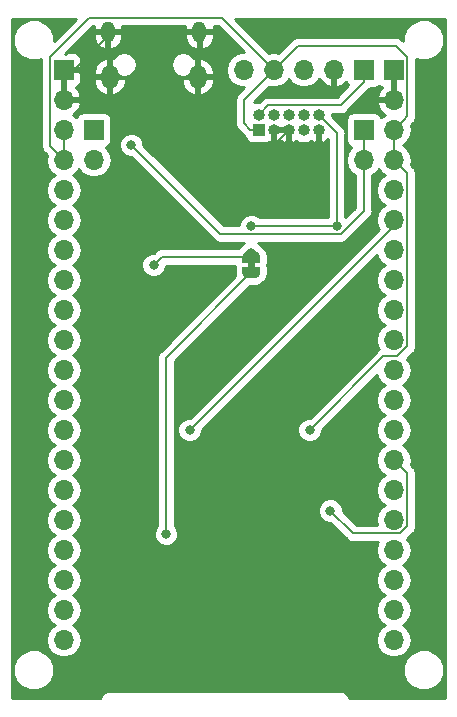
<source format=gbr>
G04 #@! TF.GenerationSoftware,KiCad,Pcbnew,5.0.1*
G04 #@! TF.CreationDate,2019-01-03T14:35:23+01:00*
G04 #@! TF.ProjectId,e73-ab,6537332D61622E6B696361645F706362,rev?*
G04 #@! TF.SameCoordinates,Original*
G04 #@! TF.FileFunction,Copper,L2,Bot,Signal*
G04 #@! TF.FilePolarity,Positive*
%FSLAX46Y46*%
G04 Gerber Fmt 4.6, Leading zero omitted, Abs format (unit mm)*
G04 Created by KiCad (PCBNEW 5.0.1) date do 03 jan 2019 14:35:23 CET*
%MOMM*%
%LPD*%
G01*
G04 APERTURE LIST*
G04 #@! TA.AperFunction,ComponentPad*
%ADD10R,1.700000X1.700000*%
G04 #@! TD*
G04 #@! TA.AperFunction,ComponentPad*
%ADD11O,1.700000X1.700000*%
G04 #@! TD*
G04 #@! TA.AperFunction,SMDPad,CuDef*
%ADD12C,0.500000*%
G04 #@! TD*
G04 #@! TA.AperFunction,Conductor*
%ADD13C,0.100000*%
G04 #@! TD*
G04 #@! TA.AperFunction,ComponentPad*
%ADD14O,1.450000X2.000000*%
G04 #@! TD*
G04 #@! TA.AperFunction,ComponentPad*
%ADD15O,1.150000X1.800000*%
G04 #@! TD*
G04 #@! TA.AperFunction,ComponentPad*
%ADD16R,1.000000X1.000000*%
G04 #@! TD*
G04 #@! TA.AperFunction,ComponentPad*
%ADD17O,1.000000X1.000000*%
G04 #@! TD*
G04 #@! TA.AperFunction,ViaPad*
%ADD18C,0.800000*%
G04 #@! TD*
G04 #@! TA.AperFunction,Conductor*
%ADD19C,0.200000*%
G04 #@! TD*
G04 #@! TA.AperFunction,Conductor*
%ADD20C,0.254000*%
G04 #@! TD*
G04 APERTURE END LIST*
D10*
G04 #@! TO.P,J3,1*
G04 #@! TO.N,SWDIO*
X162560000Y-55880000D03*
D11*
G04 #@! TO.P,J3,2*
G04 #@! TO.N,GND*
X160020000Y-55880000D03*
G04 #@! TO.P,J3,3*
G04 #@! TO.N,SWDCLK*
X157480000Y-55880000D03*
G04 #@! TO.P,J3,4*
G04 #@! TO.N,VDD*
X154940000Y-55880000D03*
G04 #@! TO.P,J3,5*
G04 #@! TO.N,5V*
X152400000Y-55880000D03*
G04 #@! TD*
D12*
G04 #@! TO.P,JP1,1*
G04 #@! TO.N,21*
X153035000Y-73025000D03*
D13*
G04 #@! TD*
G04 #@! TO.N,21*
G04 #@! TO.C,JP1*
G36*
X152735000Y-72525000D02*
X152735000Y-72125000D01*
X153335000Y-72125000D01*
X153335000Y-72525000D01*
X153785000Y-72525000D01*
X153785000Y-73025000D01*
X153784398Y-73025000D01*
X153784398Y-73049534D01*
X153779588Y-73098365D01*
X153770016Y-73146490D01*
X153755772Y-73193445D01*
X153736995Y-73238778D01*
X153713864Y-73282051D01*
X153686604Y-73322850D01*
X153655476Y-73360779D01*
X153620779Y-73395476D01*
X153582850Y-73426604D01*
X153542051Y-73453864D01*
X153498778Y-73476995D01*
X153453445Y-73495772D01*
X153406490Y-73510016D01*
X153358365Y-73519588D01*
X153309534Y-73524398D01*
X153285000Y-73524398D01*
X153285000Y-73525000D01*
X152785000Y-73525000D01*
X152785000Y-73524398D01*
X152760466Y-73524398D01*
X152711635Y-73519588D01*
X152663510Y-73510016D01*
X152616555Y-73495772D01*
X152571222Y-73476995D01*
X152527949Y-73453864D01*
X152487150Y-73426604D01*
X152449221Y-73395476D01*
X152414524Y-73360779D01*
X152383396Y-73322850D01*
X152356136Y-73282051D01*
X152333005Y-73238778D01*
X152314228Y-73193445D01*
X152299984Y-73146490D01*
X152290412Y-73098365D01*
X152285602Y-73049534D01*
X152285602Y-73025000D01*
X152285000Y-73025000D01*
X152285000Y-72525000D01*
X152735000Y-72525000D01*
X152735000Y-72525000D01*
G37*
D12*
G04 #@! TO.P,JP1,2*
G04 #@! TO.N,!RST*
X153035000Y-71725000D03*
D13*
G04 #@! TD*
G04 #@! TO.N,!RST*
G04 #@! TO.C,JP1*
G36*
X152285602Y-71725000D02*
X152285602Y-71700466D01*
X152290412Y-71651635D01*
X152299984Y-71603510D01*
X152314228Y-71556555D01*
X152333005Y-71511222D01*
X152356136Y-71467949D01*
X152383396Y-71427150D01*
X152414524Y-71389221D01*
X152449221Y-71354524D01*
X152487150Y-71323396D01*
X152527949Y-71296136D01*
X152571222Y-71273005D01*
X152616555Y-71254228D01*
X152663510Y-71239984D01*
X152711635Y-71230412D01*
X152760466Y-71225602D01*
X152785000Y-71225602D01*
X152785000Y-71225000D01*
X153285000Y-71225000D01*
X153285000Y-71225602D01*
X153309534Y-71225602D01*
X153358365Y-71230412D01*
X153406490Y-71239984D01*
X153453445Y-71254228D01*
X153498778Y-71273005D01*
X153542051Y-71296136D01*
X153582850Y-71323396D01*
X153620779Y-71354524D01*
X153655476Y-71389221D01*
X153686604Y-71427150D01*
X153713864Y-71467949D01*
X153736995Y-71511222D01*
X153755772Y-71556555D01*
X153770016Y-71603510D01*
X153779588Y-71651635D01*
X153784398Y-71700466D01*
X153784398Y-71725000D01*
X153785000Y-71725000D01*
X153785000Y-72225000D01*
X152285000Y-72225000D01*
X152285000Y-71725000D01*
X152285602Y-71725000D01*
X152285602Y-71725000D01*
G37*
D14*
G04 #@! TO.P,J4,6*
G04 #@! TO.N,GND*
X148505000Y-56460000D03*
X141055000Y-56460000D03*
D15*
X148655000Y-52660000D03*
X140905000Y-52660000D03*
G04 #@! TD*
D11*
G04 #@! TO.P,J8,2*
G04 #@! TO.N,5V*
X139700000Y-63500000D03*
D10*
G04 #@! TO.P,J8,1*
X139700000Y-60960000D03*
G04 #@! TD*
G04 #@! TO.P,J7,1*
G04 #@! TO.N,VBAT*
X162560000Y-60960000D03*
D11*
G04 #@! TO.P,J7,2*
X162560000Y-63500000D03*
G04 #@! TD*
D10*
G04 #@! TO.P,J1,1*
G04 #@! TO.N,GND*
X165100000Y-55880000D03*
D11*
G04 #@! TO.P,J1,2*
X165100000Y-58420000D03*
G04 #@! TO.P,J1,3*
G04 #@! TO.N,VDD*
X165100000Y-60960000D03*
G04 #@! TO.P,J1,4*
X165100000Y-63500000D03*
G04 #@! TO.P,J1,5*
G04 #@! TO.N,Net-(J1-Pad5)*
X165100000Y-66040000D03*
G04 #@! TO.P,J1,6*
G04 #@! TO.N,9*
X165100000Y-68580000D03*
G04 #@! TO.P,J1,7*
G04 #@! TO.N,8*
X165100000Y-71120000D03*
G04 #@! TO.P,J1,8*
G04 #@! TO.N,7*
X165100000Y-73660000D03*
G04 #@! TO.P,J1,9*
G04 #@! TO.N,6*
X165100000Y-76200000D03*
G04 #@! TO.P,J1,10*
G04 #@! TO.N,5*
X165100000Y-78740000D03*
G04 #@! TO.P,J1,11*
G04 #@! TO.N,4*
X165100000Y-81280000D03*
G04 #@! TO.P,J1,12*
G04 #@! TO.N,3*
X165100000Y-83820000D03*
G04 #@! TO.P,J1,13*
G04 #@! TO.N,2*
X165100000Y-86360000D03*
G04 #@! TO.P,J1,14*
G04 #@! TO.N,31*
X165100000Y-88900000D03*
G04 #@! TO.P,J1,15*
G04 #@! TO.N,30*
X165100000Y-91440000D03*
G04 #@! TO.P,J1,16*
G04 #@! TO.N,29*
X165100000Y-93980000D03*
G04 #@! TO.P,J1,17*
G04 #@! TO.N,28*
X165100000Y-96520000D03*
G04 #@! TO.P,J1,18*
G04 #@! TO.N,27*
X165100000Y-99060000D03*
G04 #@! TO.P,J1,19*
G04 #@! TO.N,26*
X165100000Y-101600000D03*
G04 #@! TO.P,J1,20*
G04 #@! TO.N,25*
X165100000Y-104140000D03*
G04 #@! TD*
G04 #@! TO.P,J2,20*
G04 #@! TO.N,24*
X137160000Y-104140000D03*
G04 #@! TO.P,J2,19*
G04 #@! TO.N,23*
X137160000Y-101600000D03*
G04 #@! TO.P,J2,18*
G04 #@! TO.N,22*
X137160000Y-99060000D03*
G04 #@! TO.P,J2,17*
G04 #@! TO.N,21*
X137160000Y-96520000D03*
G04 #@! TO.P,J2,16*
G04 #@! TO.N,20*
X137160000Y-93980000D03*
G04 #@! TO.P,J2,15*
G04 #@! TO.N,19*
X137160000Y-91440000D03*
G04 #@! TO.P,J2,14*
G04 #@! TO.N,18*
X137160000Y-88900000D03*
G04 #@! TO.P,J2,13*
G04 #@! TO.N,17*
X137160000Y-86360000D03*
G04 #@! TO.P,J2,12*
G04 #@! TO.N,16*
X137160000Y-83820000D03*
G04 #@! TO.P,J2,11*
G04 #@! TO.N,15*
X137160000Y-81280000D03*
G04 #@! TO.P,J2,10*
G04 #@! TO.N,14*
X137160000Y-78740000D03*
G04 #@! TO.P,J2,9*
G04 #@! TO.N,13*
X137160000Y-76200000D03*
G04 #@! TO.P,J2,8*
G04 #@! TO.N,12*
X137160000Y-73660000D03*
G04 #@! TO.P,J2,7*
G04 #@! TO.N,11*
X137160000Y-71120000D03*
G04 #@! TO.P,J2,6*
G04 #@! TO.N,10*
X137160000Y-68580000D03*
G04 #@! TO.P,J2,5*
G04 #@! TO.N,Net-(J2-Pad5)*
X137160000Y-66040000D03*
G04 #@! TO.P,J2,4*
G04 #@! TO.N,VDD*
X137160000Y-63500000D03*
G04 #@! TO.P,J2,3*
X137160000Y-60960000D03*
G04 #@! TO.P,J2,2*
G04 #@! TO.N,GND*
X137160000Y-58420000D03*
D10*
G04 #@! TO.P,J2,1*
X137160000Y-55880000D03*
G04 #@! TD*
D16*
G04 #@! TO.P,J6,1*
G04 #@! TO.N,VDD*
X153670000Y-60960000D03*
D17*
G04 #@! TO.P,J6,2*
G04 #@! TO.N,SWDIO*
X153670000Y-59690000D03*
G04 #@! TO.P,J6,3*
G04 #@! TO.N,GND*
X154940000Y-60960000D03*
G04 #@! TO.P,J6,4*
G04 #@! TO.N,SWDCLK*
X154940000Y-59690000D03*
G04 #@! TO.P,J6,5*
G04 #@! TO.N,GND*
X156210000Y-60960000D03*
G04 #@! TO.P,J6,6*
G04 #@! TO.N,18*
X156210000Y-59690000D03*
G04 #@! TO.P,J6,7*
G04 #@! TO.N,Net-(J6-Pad7)*
X157480000Y-60960000D03*
G04 #@! TO.P,J6,8*
G04 #@! TO.N,Net-(J6-Pad8)*
X157480000Y-59690000D03*
G04 #@! TO.P,J6,9*
G04 #@! TO.N,GND*
X158750000Y-60960000D03*
G04 #@! TO.P,J6,10*
G04 #@! TO.N,!RST*
X158750000Y-59690000D03*
G04 #@! TD*
D18*
G04 #@! TO.N,VDD*
X157988000Y-86360000D03*
G04 #@! TO.N,GND*
X153035000Y-66040000D03*
X147828000Y-64262000D03*
G04 #@! TO.N,9*
X147828000Y-86360000D03*
G04 #@! TO.N,31*
X159740600Y-93192600D03*
G04 #@! TO.N,!RST*
X160274000Y-69088000D03*
X153035000Y-69088000D03*
X144780000Y-72390000D03*
X153035000Y-71374000D03*
G04 #@! TO.N,21*
X145830001Y-95179999D03*
G04 #@! TO.N,VBAT*
X142875000Y-62230000D03*
G04 #@! TD*
D19*
G04 #@! TO.N,VDD*
X165100000Y-62297919D02*
X165100000Y-60960000D01*
X165100000Y-63500000D02*
X165100000Y-62297919D01*
X165949999Y-60110001D02*
X165100000Y-60960000D01*
X166250001Y-59809999D02*
X165949999Y-60110001D01*
X166250001Y-54789999D02*
X166250001Y-59809999D01*
X165308002Y-53848000D02*
X166250001Y-54789999D01*
X137160000Y-62297919D02*
X137160000Y-60960000D01*
X137160000Y-63500000D02*
X137160000Y-62297919D01*
X152970000Y-60960000D02*
X153670000Y-60960000D01*
X152400000Y-60390000D02*
X152970000Y-60960000D01*
X165949999Y-64349999D02*
X165100000Y-63500000D01*
X166250001Y-64650001D02*
X165949999Y-64349999D01*
X166250001Y-79292001D02*
X166250001Y-64650001D01*
X165412003Y-80129999D02*
X166250001Y-79292001D01*
X164218001Y-80129999D02*
X165412003Y-80129999D01*
X157988000Y-86360000D02*
X164218001Y-80129999D01*
X156972000Y-53848000D02*
X157480000Y-53848000D01*
X154940000Y-55880000D02*
X156972000Y-53848000D01*
X157480000Y-53848000D02*
X165308002Y-53848000D01*
X136009999Y-62349999D02*
X137160000Y-63500000D01*
X136009999Y-54789999D02*
X136009999Y-62349999D01*
X139340008Y-51459990D02*
X136009999Y-54789999D01*
X154940000Y-55880000D02*
X150519990Y-51459990D01*
X150519990Y-51459990D02*
X139340008Y-51459990D01*
X152400000Y-58420000D02*
X154940000Y-55880000D01*
X152400000Y-60390000D02*
X152400000Y-58420000D01*
G04 #@! TO.N,GND*
X165100000Y-57217919D02*
X165100000Y-55880000D01*
X165100000Y-58420000D02*
X165100000Y-57217919D01*
X140905000Y-52985000D02*
X138010000Y-55880000D01*
X138010000Y-55880000D02*
X137160000Y-55880000D01*
X140905000Y-52660000D02*
X140905000Y-52985000D01*
X137160000Y-56930000D02*
X137160000Y-58420000D01*
X137160000Y-55880000D02*
X137160000Y-56930000D01*
X153035000Y-64135000D02*
X153035000Y-66040000D01*
X156210000Y-60960000D02*
X153035000Y-64135000D01*
X148505000Y-52810000D02*
X148655000Y-52660000D01*
X148505000Y-56460000D02*
X148505000Y-52810000D01*
G04 #@! TO.N,SWDIO*
X160600001Y-58889999D02*
X162560000Y-56930000D01*
X162560000Y-56930000D02*
X162560000Y-55880000D01*
X154470001Y-58889999D02*
X160600001Y-58889999D01*
X153670000Y-59690000D02*
X154470001Y-58889999D01*
G04 #@! TO.N,9*
X165100000Y-69088000D02*
X165100000Y-68580000D01*
X147828000Y-86360000D02*
X165100000Y-69088000D01*
G04 #@! TO.N,31*
X165949999Y-89749999D02*
X165100000Y-88900000D01*
X166250001Y-90050001D02*
X165949999Y-89749999D01*
X166250001Y-94532001D02*
X166250001Y-90050001D01*
X165652001Y-95130001D02*
X166250001Y-94532001D01*
X161678001Y-95130001D02*
X165652001Y-95130001D01*
X159740600Y-93192600D02*
X161678001Y-95130001D01*
G04 #@! TO.N,!RST*
X160274000Y-69088000D02*
X153035000Y-69088000D01*
X160274000Y-61214000D02*
X158750000Y-59690000D01*
X160274000Y-69088000D02*
X160274000Y-61214000D01*
X144780000Y-72390000D02*
X145445000Y-71725000D01*
X145445000Y-71725000D02*
X153035000Y-71725000D01*
G04 #@! TO.N,21*
X145830001Y-80229999D02*
X145830001Y-95179999D01*
X153035000Y-73025000D02*
X145830001Y-80229999D01*
G04 #@! TO.N,VBAT*
X162560000Y-67838002D02*
X162560000Y-64702081D01*
X162560000Y-64702081D02*
X162560000Y-63500000D01*
X162560000Y-63500000D02*
X162560000Y-60960000D01*
X160610001Y-69788001D02*
X162560000Y-67838002D01*
X142875000Y-62230000D02*
X150433001Y-69788001D01*
X150433001Y-69788001D02*
X160610001Y-69788001D01*
G04 #@! TD*
D20*
G04 #@! TO.N,GND*
G36*
X136355000Y-53405552D02*
X136355000Y-52994887D01*
X136090862Y-52357201D01*
X135602799Y-51869138D01*
X134965113Y-51605000D01*
X134274887Y-51605000D01*
X133637201Y-51869138D01*
X133149138Y-52357201D01*
X132885000Y-52994887D01*
X132885000Y-53685113D01*
X133149138Y-54322799D01*
X133637201Y-54810862D01*
X134274887Y-55075000D01*
X134965113Y-55075000D01*
X135274999Y-54946641D01*
X135275000Y-62277610D01*
X135260601Y-62349999D01*
X135317645Y-62636781D01*
X135317646Y-62636782D01*
X135480095Y-62879904D01*
X135541462Y-62920908D01*
X135724657Y-63104103D01*
X135645908Y-63500000D01*
X135761161Y-64079418D01*
X136089375Y-64570625D01*
X136387761Y-64770000D01*
X136089375Y-64969375D01*
X135761161Y-65460582D01*
X135645908Y-66040000D01*
X135761161Y-66619418D01*
X136089375Y-67110625D01*
X136387761Y-67310000D01*
X136089375Y-67509375D01*
X135761161Y-68000582D01*
X135645908Y-68580000D01*
X135761161Y-69159418D01*
X136089375Y-69650625D01*
X136387761Y-69850000D01*
X136089375Y-70049375D01*
X135761161Y-70540582D01*
X135645908Y-71120000D01*
X135761161Y-71699418D01*
X136089375Y-72190625D01*
X136387761Y-72390000D01*
X136089375Y-72589375D01*
X135761161Y-73080582D01*
X135645908Y-73660000D01*
X135761161Y-74239418D01*
X136089375Y-74730625D01*
X136387761Y-74930000D01*
X136089375Y-75129375D01*
X135761161Y-75620582D01*
X135645908Y-76200000D01*
X135761161Y-76779418D01*
X136089375Y-77270625D01*
X136387761Y-77470000D01*
X136089375Y-77669375D01*
X135761161Y-78160582D01*
X135645908Y-78740000D01*
X135761161Y-79319418D01*
X136089375Y-79810625D01*
X136387761Y-80010000D01*
X136089375Y-80209375D01*
X135761161Y-80700582D01*
X135645908Y-81280000D01*
X135761161Y-81859418D01*
X136089375Y-82350625D01*
X136387761Y-82550000D01*
X136089375Y-82749375D01*
X135761161Y-83240582D01*
X135645908Y-83820000D01*
X135761161Y-84399418D01*
X136089375Y-84890625D01*
X136387761Y-85090000D01*
X136089375Y-85289375D01*
X135761161Y-85780582D01*
X135645908Y-86360000D01*
X135761161Y-86939418D01*
X136089375Y-87430625D01*
X136387761Y-87630000D01*
X136089375Y-87829375D01*
X135761161Y-88320582D01*
X135645908Y-88900000D01*
X135761161Y-89479418D01*
X136089375Y-89970625D01*
X136387761Y-90170000D01*
X136089375Y-90369375D01*
X135761161Y-90860582D01*
X135645908Y-91440000D01*
X135761161Y-92019418D01*
X136089375Y-92510625D01*
X136387761Y-92710000D01*
X136089375Y-92909375D01*
X135761161Y-93400582D01*
X135645908Y-93980000D01*
X135761161Y-94559418D01*
X136089375Y-95050625D01*
X136387761Y-95250000D01*
X136089375Y-95449375D01*
X135761161Y-95940582D01*
X135645908Y-96520000D01*
X135761161Y-97099418D01*
X136089375Y-97590625D01*
X136387761Y-97790000D01*
X136089375Y-97989375D01*
X135761161Y-98480582D01*
X135645908Y-99060000D01*
X135761161Y-99639418D01*
X136089375Y-100130625D01*
X136387761Y-100330000D01*
X136089375Y-100529375D01*
X135761161Y-101020582D01*
X135645908Y-101600000D01*
X135761161Y-102179418D01*
X136089375Y-102670625D01*
X136387761Y-102870000D01*
X136089375Y-103069375D01*
X135761161Y-103560582D01*
X135645908Y-104140000D01*
X135761161Y-104719418D01*
X136089375Y-105210625D01*
X136580582Y-105538839D01*
X137013744Y-105625000D01*
X137306256Y-105625000D01*
X137739418Y-105538839D01*
X138230625Y-105210625D01*
X138558839Y-104719418D01*
X138674092Y-104140000D01*
X138558839Y-103560582D01*
X138230625Y-103069375D01*
X137932239Y-102870000D01*
X138230625Y-102670625D01*
X138558839Y-102179418D01*
X138674092Y-101600000D01*
X138558839Y-101020582D01*
X138230625Y-100529375D01*
X137932239Y-100330000D01*
X138230625Y-100130625D01*
X138558839Y-99639418D01*
X138674092Y-99060000D01*
X138558839Y-98480582D01*
X138230625Y-97989375D01*
X137932239Y-97790000D01*
X138230625Y-97590625D01*
X138558839Y-97099418D01*
X138674092Y-96520000D01*
X138558839Y-95940582D01*
X138230625Y-95449375D01*
X137932239Y-95250000D01*
X138230625Y-95050625D01*
X138558839Y-94559418D01*
X138674092Y-93980000D01*
X138558839Y-93400582D01*
X138230625Y-92909375D01*
X137932239Y-92710000D01*
X138230625Y-92510625D01*
X138558839Y-92019418D01*
X138674092Y-91440000D01*
X138558839Y-90860582D01*
X138230625Y-90369375D01*
X137932239Y-90170000D01*
X138230625Y-89970625D01*
X138558839Y-89479418D01*
X138674092Y-88900000D01*
X138558839Y-88320582D01*
X138230625Y-87829375D01*
X137932239Y-87630000D01*
X138230625Y-87430625D01*
X138558839Y-86939418D01*
X138674092Y-86360000D01*
X138558839Y-85780582D01*
X138230625Y-85289375D01*
X137932239Y-85090000D01*
X138230625Y-84890625D01*
X138558839Y-84399418D01*
X138674092Y-83820000D01*
X138558839Y-83240582D01*
X138230625Y-82749375D01*
X137932239Y-82550000D01*
X138230625Y-82350625D01*
X138558839Y-81859418D01*
X138674092Y-81280000D01*
X138558839Y-80700582D01*
X138230625Y-80209375D01*
X137932239Y-80010000D01*
X138230625Y-79810625D01*
X138558839Y-79319418D01*
X138674092Y-78740000D01*
X138558839Y-78160582D01*
X138230625Y-77669375D01*
X137932239Y-77470000D01*
X138230625Y-77270625D01*
X138558839Y-76779418D01*
X138674092Y-76200000D01*
X138558839Y-75620582D01*
X138230625Y-75129375D01*
X137932239Y-74930000D01*
X138230625Y-74730625D01*
X138558839Y-74239418D01*
X138674092Y-73660000D01*
X138558839Y-73080582D01*
X138230625Y-72589375D01*
X137932239Y-72390000D01*
X138230625Y-72190625D01*
X138558839Y-71699418D01*
X138674092Y-71120000D01*
X138558839Y-70540582D01*
X138230625Y-70049375D01*
X137932239Y-69850000D01*
X138230625Y-69650625D01*
X138558839Y-69159418D01*
X138674092Y-68580000D01*
X138558839Y-68000582D01*
X138230625Y-67509375D01*
X137932239Y-67310000D01*
X138230625Y-67110625D01*
X138558839Y-66619418D01*
X138674092Y-66040000D01*
X138558839Y-65460582D01*
X138230625Y-64969375D01*
X137932239Y-64770000D01*
X138230625Y-64570625D01*
X138430000Y-64272239D01*
X138629375Y-64570625D01*
X139120582Y-64898839D01*
X139553744Y-64985000D01*
X139846256Y-64985000D01*
X140279418Y-64898839D01*
X140770625Y-64570625D01*
X141098839Y-64079418D01*
X141214092Y-63500000D01*
X141098839Y-62920582D01*
X140770625Y-62429375D01*
X140752381Y-62417184D01*
X140797765Y-62408157D01*
X141007809Y-62267809D01*
X141148157Y-62057765D01*
X141197440Y-61810000D01*
X141197440Y-60110000D01*
X141148157Y-59862235D01*
X141007809Y-59652191D01*
X140797765Y-59511843D01*
X140550000Y-59462560D01*
X138850000Y-59462560D01*
X138602235Y-59511843D01*
X138392191Y-59652191D01*
X138251843Y-59862235D01*
X138242816Y-59907619D01*
X138230625Y-59889375D01*
X137911522Y-59676157D01*
X138041358Y-59615183D01*
X138431645Y-59186924D01*
X138601476Y-58776890D01*
X138480155Y-58547000D01*
X137287000Y-58547000D01*
X137287000Y-58567000D01*
X137033000Y-58567000D01*
X137033000Y-58547000D01*
X137013000Y-58547000D01*
X137013000Y-58293000D01*
X137033000Y-58293000D01*
X137033000Y-56007000D01*
X137287000Y-56007000D01*
X137287000Y-58293000D01*
X138480155Y-58293000D01*
X138601476Y-58063110D01*
X138431645Y-57653076D01*
X138160122Y-57355136D01*
X138369698Y-57268327D01*
X138548327Y-57089699D01*
X138645000Y-56856310D01*
X138645000Y-56587000D01*
X139695000Y-56587000D01*
X139695000Y-56862000D01*
X139847125Y-57372782D01*
X140183138Y-57786467D01*
X140651884Y-58040076D01*
X140717742Y-58052519D01*
X140928000Y-57929518D01*
X140928000Y-56587000D01*
X141182000Y-56587000D01*
X141182000Y-57929518D01*
X141392258Y-58052519D01*
X141458116Y-58040076D01*
X141926862Y-57786467D01*
X142262875Y-57372782D01*
X142415000Y-56862000D01*
X142415000Y-56587000D01*
X147145000Y-56587000D01*
X147145000Y-56862000D01*
X147297125Y-57372782D01*
X147633138Y-57786467D01*
X148101884Y-58040076D01*
X148167742Y-58052519D01*
X148378000Y-57929518D01*
X148378000Y-56587000D01*
X148632000Y-56587000D01*
X148632000Y-57929518D01*
X148842258Y-58052519D01*
X148908116Y-58040076D01*
X149376862Y-57786467D01*
X149712875Y-57372782D01*
X149865000Y-56862000D01*
X149865000Y-56587000D01*
X148632000Y-56587000D01*
X148378000Y-56587000D01*
X147145000Y-56587000D01*
X142415000Y-56587000D01*
X141182000Y-56587000D01*
X140928000Y-56587000D01*
X139695000Y-56587000D01*
X138645000Y-56587000D01*
X138645000Y-56165750D01*
X138537250Y-56058000D01*
X139695000Y-56058000D01*
X139695000Y-56333000D01*
X140928000Y-56333000D01*
X140928000Y-54990482D01*
X141182000Y-54990482D01*
X141182000Y-56333000D01*
X141798417Y-56333000D01*
X141876163Y-56384948D01*
X142178065Y-56445000D01*
X142381935Y-56445000D01*
X142683837Y-56384948D01*
X143026193Y-56156193D01*
X143254948Y-55813837D01*
X143335276Y-55410000D01*
X146224724Y-55410000D01*
X146305052Y-55813837D01*
X146533807Y-56156193D01*
X146876163Y-56384948D01*
X147178065Y-56445000D01*
X147381935Y-56445000D01*
X147683837Y-56384948D01*
X147761583Y-56333000D01*
X148378000Y-56333000D01*
X148378000Y-54990482D01*
X148632000Y-54990482D01*
X148632000Y-56333000D01*
X149865000Y-56333000D01*
X149865000Y-56058000D01*
X149712875Y-55547218D01*
X149376862Y-55133533D01*
X148908116Y-54879924D01*
X148842258Y-54867481D01*
X148632000Y-54990482D01*
X148378000Y-54990482D01*
X148167742Y-54867481D01*
X148162895Y-54868397D01*
X148026193Y-54663807D01*
X147683837Y-54435052D01*
X147381935Y-54375000D01*
X147178065Y-54375000D01*
X146876163Y-54435052D01*
X146533807Y-54663807D01*
X146305052Y-55006163D01*
X146224724Y-55410000D01*
X143335276Y-55410000D01*
X143254948Y-55006163D01*
X143026193Y-54663807D01*
X142683837Y-54435052D01*
X142381935Y-54375000D01*
X142178065Y-54375000D01*
X141876163Y-54435052D01*
X141533807Y-54663807D01*
X141397105Y-54868397D01*
X141392258Y-54867481D01*
X141182000Y-54990482D01*
X140928000Y-54990482D01*
X140717742Y-54867481D01*
X140651884Y-54879924D01*
X140183138Y-55133533D01*
X139847125Y-55547218D01*
X139695000Y-56058000D01*
X138537250Y-56058000D01*
X138486250Y-56007000D01*
X137287000Y-56007000D01*
X137033000Y-56007000D01*
X137013000Y-56007000D01*
X137013000Y-55753000D01*
X137033000Y-55753000D01*
X137033000Y-55733000D01*
X137287000Y-55733000D01*
X137287000Y-55753000D01*
X138486250Y-55753000D01*
X138645000Y-55594250D01*
X138645000Y-54903690D01*
X138548327Y-54670301D01*
X138369698Y-54491673D01*
X138136309Y-54395000D01*
X137445750Y-54395000D01*
X137287002Y-54553748D01*
X137287002Y-54552442D01*
X139052444Y-52787000D01*
X139695000Y-52787000D01*
X139695000Y-53112000D01*
X139835707Y-53565380D01*
X140139204Y-53930402D01*
X140559286Y-54151495D01*
X140591323Y-54153635D01*
X140778000Y-54028550D01*
X140778000Y-52787000D01*
X141032000Y-52787000D01*
X141032000Y-54028550D01*
X141218677Y-54153635D01*
X141250714Y-54151495D01*
X141670796Y-53930402D01*
X141974293Y-53565380D01*
X142115000Y-53112000D01*
X142115000Y-52787000D01*
X147445000Y-52787000D01*
X147445000Y-53112000D01*
X147585707Y-53565380D01*
X147889204Y-53930402D01*
X148309286Y-54151495D01*
X148341323Y-54153635D01*
X148528000Y-54028550D01*
X148528000Y-52787000D01*
X148782000Y-52787000D01*
X148782000Y-54028550D01*
X148968677Y-54153635D01*
X149000714Y-54151495D01*
X149420796Y-53930402D01*
X149724293Y-53565380D01*
X149865000Y-53112000D01*
X149865000Y-52787000D01*
X148782000Y-52787000D01*
X148528000Y-52787000D01*
X147445000Y-52787000D01*
X142115000Y-52787000D01*
X141032000Y-52787000D01*
X140778000Y-52787000D01*
X139695000Y-52787000D01*
X139052444Y-52787000D01*
X139644455Y-52194990D01*
X139699038Y-52194990D01*
X139695000Y-52208000D01*
X139695000Y-52533000D01*
X140778000Y-52533000D01*
X140778000Y-52513000D01*
X141032000Y-52513000D01*
X141032000Y-52533000D01*
X142115000Y-52533000D01*
X142115000Y-52208000D01*
X142110962Y-52194990D01*
X147449038Y-52194990D01*
X147445000Y-52208000D01*
X147445000Y-52533000D01*
X148528000Y-52533000D01*
X148528000Y-52513000D01*
X148782000Y-52513000D01*
X148782000Y-52533000D01*
X149865000Y-52533000D01*
X149865000Y-52208000D01*
X149860962Y-52194990D01*
X150215544Y-52194990D01*
X152415553Y-54395000D01*
X152253744Y-54395000D01*
X151820582Y-54481161D01*
X151329375Y-54809375D01*
X151001161Y-55300582D01*
X150885908Y-55880000D01*
X151001161Y-56459418D01*
X151329375Y-56950625D01*
X151820582Y-57278839D01*
X152253744Y-57365000D01*
X152415554Y-57365000D01*
X151931463Y-57849091D01*
X151870096Y-57890095D01*
X151829092Y-57951462D01*
X151829091Y-57951463D01*
X151707646Y-58133218D01*
X151650602Y-58420000D01*
X151665001Y-58492389D01*
X151665000Y-60317615D01*
X151650602Y-60390000D01*
X151665000Y-60462384D01*
X151665000Y-60462387D01*
X151707646Y-60676782D01*
X151870095Y-60919905D01*
X151931465Y-60960911D01*
X152399090Y-61428537D01*
X152440095Y-61489905D01*
X152542060Y-61558036D01*
X152571843Y-61707765D01*
X152712191Y-61917809D01*
X152922235Y-62058157D01*
X153170000Y-62107440D01*
X154170000Y-62107440D01*
X154417765Y-62058157D01*
X154505817Y-61999322D01*
X154638126Y-62054119D01*
X154813000Y-61927954D01*
X154813000Y-61482322D01*
X154817440Y-61460000D01*
X154817440Y-61087000D01*
X155067000Y-61087000D01*
X155067000Y-61927954D01*
X155241874Y-62054119D01*
X155500209Y-61947127D01*
X155575000Y-61882511D01*
X155649791Y-61947127D01*
X155908126Y-62054119D01*
X156083000Y-61927954D01*
X156083000Y-61087000D01*
X155067000Y-61087000D01*
X154817440Y-61087000D01*
X154817440Y-60822856D01*
X154828217Y-60825000D01*
X155051783Y-60825000D01*
X155067000Y-60821973D01*
X155067000Y-60833000D01*
X156083000Y-60833000D01*
X156083000Y-60821973D01*
X156098217Y-60825000D01*
X156321783Y-60825000D01*
X156337000Y-60821973D01*
X156337000Y-60833000D01*
X156348027Y-60833000D01*
X156322765Y-60960000D01*
X156348027Y-61087000D01*
X156337000Y-61087000D01*
X156337000Y-61927954D01*
X156511874Y-62054119D01*
X156770209Y-61947127D01*
X156833090Y-61892801D01*
X157037145Y-62029146D01*
X157368217Y-62095000D01*
X157591783Y-62095000D01*
X157922855Y-62029146D01*
X158126910Y-61892801D01*
X158189791Y-61947127D01*
X158448126Y-62054119D01*
X158623000Y-61927954D01*
X158623000Y-61087000D01*
X158611973Y-61087000D01*
X158637235Y-60960000D01*
X158611973Y-60833000D01*
X158623000Y-60833000D01*
X158623000Y-60821973D01*
X158638217Y-60825000D01*
X158845554Y-60825000D01*
X158897000Y-60876446D01*
X158897000Y-61087000D01*
X158877000Y-61087000D01*
X158877000Y-61927954D01*
X159051874Y-62054119D01*
X159310209Y-61947127D01*
X159539001Y-61749461D01*
X159539000Y-68353000D01*
X153763711Y-68353000D01*
X153621280Y-68210569D01*
X153240874Y-68053000D01*
X152829126Y-68053000D01*
X152448720Y-68210569D01*
X152157569Y-68501720D01*
X152000000Y-68882126D01*
X152000000Y-69053001D01*
X150737448Y-69053001D01*
X143910000Y-62225554D01*
X143910000Y-62024126D01*
X143752431Y-61643720D01*
X143461280Y-61352569D01*
X143080874Y-61195000D01*
X142669126Y-61195000D01*
X142288720Y-61352569D01*
X141997569Y-61643720D01*
X141840000Y-62024126D01*
X141840000Y-62435874D01*
X141997569Y-62816280D01*
X142288720Y-63107431D01*
X142669126Y-63265000D01*
X142870554Y-63265000D01*
X149862092Y-70256539D01*
X149903096Y-70317906D01*
X150146218Y-70480355D01*
X150360613Y-70523001D01*
X150433001Y-70537400D01*
X150505389Y-70523001D01*
X152422288Y-70523001D01*
X152211028Y-70734261D01*
X152189603Y-70745713D01*
X152108104Y-70800169D01*
X152009994Y-70880686D01*
X151940686Y-70949994D01*
X151907854Y-70990000D01*
X145517383Y-70990000D01*
X145444999Y-70975602D01*
X145372615Y-70990000D01*
X145372612Y-70990000D01*
X145158217Y-71032646D01*
X144915095Y-71195095D01*
X144874090Y-71256463D01*
X144775553Y-71355000D01*
X144574126Y-71355000D01*
X144193720Y-71512569D01*
X143902569Y-71803720D01*
X143745000Y-72184126D01*
X143745000Y-72595874D01*
X143902569Y-72976280D01*
X144193720Y-73267431D01*
X144574126Y-73425000D01*
X144985874Y-73425000D01*
X145366280Y-73267431D01*
X145657431Y-72976280D01*
X145815000Y-72595874D01*
X145815000Y-72460000D01*
X151650489Y-72460000D01*
X151637560Y-72525000D01*
X151637560Y-73025000D01*
X151639968Y-73037106D01*
X151639968Y-73074009D01*
X151652408Y-73200318D01*
X151671530Y-73296451D01*
X151683766Y-73336787D01*
X145361466Y-79659088D01*
X145300096Y-79700094D01*
X145137647Y-79943217D01*
X145095001Y-80157612D01*
X145095001Y-80157615D01*
X145080603Y-80229999D01*
X145095001Y-80302383D01*
X145095002Y-94451287D01*
X144952570Y-94593719D01*
X144795001Y-94974125D01*
X144795001Y-95385873D01*
X144952570Y-95766279D01*
X145243721Y-96057430D01*
X145624127Y-96214999D01*
X146035875Y-96214999D01*
X146416281Y-96057430D01*
X146707432Y-95766279D01*
X146865001Y-95385873D01*
X146865001Y-94974125D01*
X146707432Y-94593719D01*
X146565001Y-94451288D01*
X146565001Y-80534445D01*
X152927007Y-74172440D01*
X153285000Y-74172440D01*
X153297106Y-74170032D01*
X153334009Y-74170032D01*
X153460318Y-74157592D01*
X153556451Y-74138470D01*
X153677904Y-74101628D01*
X153768460Y-74064119D01*
X153880397Y-74004287D01*
X153961896Y-73949831D01*
X154060006Y-73869314D01*
X154129314Y-73800006D01*
X154209831Y-73701896D01*
X154264287Y-73620397D01*
X154324119Y-73508460D01*
X154361628Y-73417904D01*
X154398470Y-73296451D01*
X154417592Y-73200318D01*
X154430032Y-73074009D01*
X154430032Y-73037106D01*
X154432440Y-73025000D01*
X154432440Y-72525000D01*
X154402603Y-72375000D01*
X154432440Y-72225000D01*
X154432440Y-71725000D01*
X154430032Y-71712894D01*
X154430032Y-71675991D01*
X154417592Y-71549682D01*
X154398470Y-71453549D01*
X154361628Y-71332096D01*
X154324119Y-71241540D01*
X154264287Y-71129603D01*
X154209831Y-71048104D01*
X154129314Y-70949994D01*
X154060006Y-70880686D01*
X153961896Y-70800169D01*
X153880397Y-70745713D01*
X153858972Y-70734261D01*
X153647712Y-70523001D01*
X160537617Y-70523001D01*
X160610001Y-70537399D01*
X160682385Y-70523001D01*
X160682389Y-70523001D01*
X160896784Y-70480355D01*
X161139906Y-70317906D01*
X161180912Y-70256536D01*
X163028538Y-68408911D01*
X163089905Y-68367907D01*
X163252354Y-68124785D01*
X163295000Y-67910390D01*
X163295000Y-67910387D01*
X163309398Y-67838003D01*
X163295000Y-67765619D01*
X163295000Y-64794882D01*
X163630625Y-64570625D01*
X163830000Y-64272239D01*
X164029375Y-64570625D01*
X164327761Y-64770000D01*
X164029375Y-64969375D01*
X163701161Y-65460582D01*
X163585908Y-66040000D01*
X163701161Y-66619418D01*
X164029375Y-67110625D01*
X164327761Y-67310000D01*
X164029375Y-67509375D01*
X163701161Y-68000582D01*
X163585908Y-68580000D01*
X163701161Y-69159418D01*
X163816507Y-69332046D01*
X147823554Y-85325000D01*
X147622126Y-85325000D01*
X147241720Y-85482569D01*
X146950569Y-85773720D01*
X146793000Y-86154126D01*
X146793000Y-86565874D01*
X146950569Y-86946280D01*
X147241720Y-87237431D01*
X147622126Y-87395000D01*
X148033874Y-87395000D01*
X148414280Y-87237431D01*
X148705431Y-86946280D01*
X148863000Y-86565874D01*
X148863000Y-86364446D01*
X163672437Y-71555010D01*
X163701161Y-71699418D01*
X164029375Y-72190625D01*
X164327761Y-72390000D01*
X164029375Y-72589375D01*
X163701161Y-73080582D01*
X163585908Y-73660000D01*
X163701161Y-74239418D01*
X164029375Y-74730625D01*
X164327761Y-74930000D01*
X164029375Y-75129375D01*
X163701161Y-75620582D01*
X163585908Y-76200000D01*
X163701161Y-76779418D01*
X164029375Y-77270625D01*
X164327761Y-77470000D01*
X164029375Y-77669375D01*
X163701161Y-78160582D01*
X163585908Y-78740000D01*
X163701161Y-79319418D01*
X163826784Y-79507426D01*
X163688096Y-79600094D01*
X163647092Y-79661461D01*
X157983554Y-85325000D01*
X157782126Y-85325000D01*
X157401720Y-85482569D01*
X157110569Y-85773720D01*
X156953000Y-86154126D01*
X156953000Y-86565874D01*
X157110569Y-86946280D01*
X157401720Y-87237431D01*
X157782126Y-87395000D01*
X158193874Y-87395000D01*
X158574280Y-87237431D01*
X158865431Y-86946280D01*
X159023000Y-86565874D01*
X159023000Y-86364446D01*
X163672437Y-81715010D01*
X163701161Y-81859418D01*
X164029375Y-82350625D01*
X164327761Y-82550000D01*
X164029375Y-82749375D01*
X163701161Y-83240582D01*
X163585908Y-83820000D01*
X163701161Y-84399418D01*
X164029375Y-84890625D01*
X164327761Y-85090000D01*
X164029375Y-85289375D01*
X163701161Y-85780582D01*
X163585908Y-86360000D01*
X163701161Y-86939418D01*
X164029375Y-87430625D01*
X164327761Y-87630000D01*
X164029375Y-87829375D01*
X163701161Y-88320582D01*
X163585908Y-88900000D01*
X163701161Y-89479418D01*
X164029375Y-89970625D01*
X164327761Y-90170000D01*
X164029375Y-90369375D01*
X163701161Y-90860582D01*
X163585908Y-91440000D01*
X163701161Y-92019418D01*
X164029375Y-92510625D01*
X164327761Y-92710000D01*
X164029375Y-92909375D01*
X163701161Y-93400582D01*
X163585908Y-93980000D01*
X163668457Y-94395001D01*
X161982448Y-94395001D01*
X160775600Y-93188154D01*
X160775600Y-92986726D01*
X160618031Y-92606320D01*
X160326880Y-92315169D01*
X159946474Y-92157600D01*
X159534726Y-92157600D01*
X159154320Y-92315169D01*
X158863169Y-92606320D01*
X158705600Y-92986726D01*
X158705600Y-93398474D01*
X158863169Y-93778880D01*
X159154320Y-94070031D01*
X159534726Y-94227600D01*
X159736154Y-94227600D01*
X161107091Y-95598538D01*
X161148096Y-95659906D01*
X161391218Y-95822355D01*
X161605613Y-95865001D01*
X161678001Y-95879400D01*
X161750389Y-95865001D01*
X163751663Y-95865001D01*
X163701161Y-95940582D01*
X163585908Y-96520000D01*
X163701161Y-97099418D01*
X164029375Y-97590625D01*
X164327761Y-97790000D01*
X164029375Y-97989375D01*
X163701161Y-98480582D01*
X163585908Y-99060000D01*
X163701161Y-99639418D01*
X164029375Y-100130625D01*
X164327761Y-100330000D01*
X164029375Y-100529375D01*
X163701161Y-101020582D01*
X163585908Y-101600000D01*
X163701161Y-102179418D01*
X164029375Y-102670625D01*
X164327761Y-102870000D01*
X164029375Y-103069375D01*
X163701161Y-103560582D01*
X163585908Y-104140000D01*
X163701161Y-104719418D01*
X164029375Y-105210625D01*
X164520582Y-105538839D01*
X164953744Y-105625000D01*
X165246256Y-105625000D01*
X165679418Y-105538839D01*
X166170625Y-105210625D01*
X166498839Y-104719418D01*
X166614092Y-104140000D01*
X166498839Y-103560582D01*
X166170625Y-103069375D01*
X165872239Y-102870000D01*
X166170625Y-102670625D01*
X166498839Y-102179418D01*
X166614092Y-101600000D01*
X166498839Y-101020582D01*
X166170625Y-100529375D01*
X165872239Y-100330000D01*
X166170625Y-100130625D01*
X166498839Y-99639418D01*
X166614092Y-99060000D01*
X166498839Y-98480582D01*
X166170625Y-97989375D01*
X165872239Y-97790000D01*
X166170625Y-97590625D01*
X166498839Y-97099418D01*
X166614092Y-96520000D01*
X166498839Y-95940582D01*
X166251314Y-95570134D01*
X166718539Y-95102910D01*
X166779906Y-95061906D01*
X166942355Y-94818784D01*
X166985001Y-94604389D01*
X166985001Y-94604388D01*
X166999400Y-94532001D01*
X166985001Y-94459613D01*
X166985001Y-90122385D01*
X166999399Y-90050001D01*
X166985001Y-89977617D01*
X166985001Y-89977613D01*
X166942355Y-89763218D01*
X166779906Y-89520096D01*
X166718536Y-89479090D01*
X166535343Y-89295897D01*
X166614092Y-88900000D01*
X166498839Y-88320582D01*
X166170625Y-87829375D01*
X165872239Y-87630000D01*
X166170625Y-87430625D01*
X166498839Y-86939418D01*
X166614092Y-86360000D01*
X166498839Y-85780582D01*
X166170625Y-85289375D01*
X165872239Y-85090000D01*
X166170625Y-84890625D01*
X166498839Y-84399418D01*
X166614092Y-83820000D01*
X166498839Y-83240582D01*
X166170625Y-82749375D01*
X165872239Y-82550000D01*
X166170625Y-82350625D01*
X166498839Y-81859418D01*
X166614092Y-81280000D01*
X166498839Y-80700582D01*
X166251314Y-80330134D01*
X166718539Y-79862910D01*
X166779906Y-79821906D01*
X166942355Y-79578784D01*
X166985001Y-79364389D01*
X166985001Y-79364386D01*
X166999399Y-79292002D01*
X166985001Y-79219618D01*
X166985001Y-64722385D01*
X166999399Y-64650001D01*
X166985001Y-64577617D01*
X166985001Y-64577613D01*
X166942355Y-64363218D01*
X166779906Y-64120096D01*
X166718536Y-64079090D01*
X166535343Y-63895897D01*
X166614092Y-63500000D01*
X166498839Y-62920582D01*
X166170625Y-62429375D01*
X165872239Y-62230000D01*
X166170625Y-62030625D01*
X166498839Y-61539418D01*
X166614092Y-60960000D01*
X166535343Y-60564103D01*
X166718536Y-60380910D01*
X166779906Y-60339904D01*
X166942355Y-60096782D01*
X166985001Y-59882387D01*
X166985001Y-59882383D01*
X166999399Y-59809999D01*
X166985001Y-59737615D01*
X166985001Y-54946641D01*
X167294887Y-55075000D01*
X167985113Y-55075000D01*
X168622799Y-54810862D01*
X169110862Y-54322799D01*
X169375000Y-53685113D01*
X169375000Y-52994887D01*
X169110862Y-52357201D01*
X168622799Y-51869138D01*
X167985113Y-51605000D01*
X167294887Y-51605000D01*
X166657201Y-51869138D01*
X166169138Y-52357201D01*
X165905000Y-52994887D01*
X165905000Y-53405552D01*
X165878913Y-53379465D01*
X165837907Y-53318095D01*
X165594785Y-53155646D01*
X165380390Y-53113000D01*
X165380386Y-53113000D01*
X165308002Y-53098602D01*
X165235618Y-53113000D01*
X157044384Y-53113000D01*
X156972000Y-53098602D01*
X156899616Y-53113000D01*
X156899612Y-53113000D01*
X156685217Y-53155646D01*
X156442095Y-53318095D01*
X156401090Y-53379463D01*
X155335897Y-54444657D01*
X155086256Y-54395000D01*
X154793744Y-54395000D01*
X154544103Y-54444656D01*
X151634446Y-51535000D01*
X169445001Y-51535000D01*
X169445000Y-109093000D01*
X161379137Y-109093000D01*
X161347354Y-108933217D01*
X161184905Y-108690095D01*
X160941783Y-108527646D01*
X160727388Y-108485000D01*
X160655000Y-108470601D01*
X160582612Y-108485000D01*
X141042388Y-108485000D01*
X140970000Y-108470601D01*
X140897612Y-108485000D01*
X140683217Y-108527646D01*
X140440095Y-108690095D01*
X140277646Y-108933217D01*
X140245863Y-109093000D01*
X132815000Y-109093000D01*
X132815000Y-106334887D01*
X132885000Y-106334887D01*
X132885000Y-107025113D01*
X133149138Y-107662799D01*
X133637201Y-108150862D01*
X134274887Y-108415000D01*
X134965113Y-108415000D01*
X135602799Y-108150862D01*
X136090862Y-107662799D01*
X136355000Y-107025113D01*
X136355000Y-106334887D01*
X165905000Y-106334887D01*
X165905000Y-107025113D01*
X166169138Y-107662799D01*
X166657201Y-108150862D01*
X167294887Y-108415000D01*
X167985113Y-108415000D01*
X168622799Y-108150862D01*
X169110862Y-107662799D01*
X169375000Y-107025113D01*
X169375000Y-106334887D01*
X169110862Y-105697201D01*
X168622799Y-105209138D01*
X167985113Y-104945000D01*
X167294887Y-104945000D01*
X166657201Y-105209138D01*
X166169138Y-105697201D01*
X165905000Y-106334887D01*
X136355000Y-106334887D01*
X136090862Y-105697201D01*
X135602799Y-105209138D01*
X134965113Y-104945000D01*
X134274887Y-104945000D01*
X133637201Y-105209138D01*
X133149138Y-105697201D01*
X132885000Y-106334887D01*
X132815000Y-106334887D01*
X132815000Y-51535000D01*
X138225551Y-51535000D01*
X136355000Y-53405552D01*
X136355000Y-53405552D01*
G37*
X136355000Y-53405552D02*
X136355000Y-52994887D01*
X136090862Y-52357201D01*
X135602799Y-51869138D01*
X134965113Y-51605000D01*
X134274887Y-51605000D01*
X133637201Y-51869138D01*
X133149138Y-52357201D01*
X132885000Y-52994887D01*
X132885000Y-53685113D01*
X133149138Y-54322799D01*
X133637201Y-54810862D01*
X134274887Y-55075000D01*
X134965113Y-55075000D01*
X135274999Y-54946641D01*
X135275000Y-62277610D01*
X135260601Y-62349999D01*
X135317645Y-62636781D01*
X135317646Y-62636782D01*
X135480095Y-62879904D01*
X135541462Y-62920908D01*
X135724657Y-63104103D01*
X135645908Y-63500000D01*
X135761161Y-64079418D01*
X136089375Y-64570625D01*
X136387761Y-64770000D01*
X136089375Y-64969375D01*
X135761161Y-65460582D01*
X135645908Y-66040000D01*
X135761161Y-66619418D01*
X136089375Y-67110625D01*
X136387761Y-67310000D01*
X136089375Y-67509375D01*
X135761161Y-68000582D01*
X135645908Y-68580000D01*
X135761161Y-69159418D01*
X136089375Y-69650625D01*
X136387761Y-69850000D01*
X136089375Y-70049375D01*
X135761161Y-70540582D01*
X135645908Y-71120000D01*
X135761161Y-71699418D01*
X136089375Y-72190625D01*
X136387761Y-72390000D01*
X136089375Y-72589375D01*
X135761161Y-73080582D01*
X135645908Y-73660000D01*
X135761161Y-74239418D01*
X136089375Y-74730625D01*
X136387761Y-74930000D01*
X136089375Y-75129375D01*
X135761161Y-75620582D01*
X135645908Y-76200000D01*
X135761161Y-76779418D01*
X136089375Y-77270625D01*
X136387761Y-77470000D01*
X136089375Y-77669375D01*
X135761161Y-78160582D01*
X135645908Y-78740000D01*
X135761161Y-79319418D01*
X136089375Y-79810625D01*
X136387761Y-80010000D01*
X136089375Y-80209375D01*
X135761161Y-80700582D01*
X135645908Y-81280000D01*
X135761161Y-81859418D01*
X136089375Y-82350625D01*
X136387761Y-82550000D01*
X136089375Y-82749375D01*
X135761161Y-83240582D01*
X135645908Y-83820000D01*
X135761161Y-84399418D01*
X136089375Y-84890625D01*
X136387761Y-85090000D01*
X136089375Y-85289375D01*
X135761161Y-85780582D01*
X135645908Y-86360000D01*
X135761161Y-86939418D01*
X136089375Y-87430625D01*
X136387761Y-87630000D01*
X136089375Y-87829375D01*
X135761161Y-88320582D01*
X135645908Y-88900000D01*
X135761161Y-89479418D01*
X136089375Y-89970625D01*
X136387761Y-90170000D01*
X136089375Y-90369375D01*
X135761161Y-90860582D01*
X135645908Y-91440000D01*
X135761161Y-92019418D01*
X136089375Y-92510625D01*
X136387761Y-92710000D01*
X136089375Y-92909375D01*
X135761161Y-93400582D01*
X135645908Y-93980000D01*
X135761161Y-94559418D01*
X136089375Y-95050625D01*
X136387761Y-95250000D01*
X136089375Y-95449375D01*
X135761161Y-95940582D01*
X135645908Y-96520000D01*
X135761161Y-97099418D01*
X136089375Y-97590625D01*
X136387761Y-97790000D01*
X136089375Y-97989375D01*
X135761161Y-98480582D01*
X135645908Y-99060000D01*
X135761161Y-99639418D01*
X136089375Y-100130625D01*
X136387761Y-100330000D01*
X136089375Y-100529375D01*
X135761161Y-101020582D01*
X135645908Y-101600000D01*
X135761161Y-102179418D01*
X136089375Y-102670625D01*
X136387761Y-102870000D01*
X136089375Y-103069375D01*
X135761161Y-103560582D01*
X135645908Y-104140000D01*
X135761161Y-104719418D01*
X136089375Y-105210625D01*
X136580582Y-105538839D01*
X137013744Y-105625000D01*
X137306256Y-105625000D01*
X137739418Y-105538839D01*
X138230625Y-105210625D01*
X138558839Y-104719418D01*
X138674092Y-104140000D01*
X138558839Y-103560582D01*
X138230625Y-103069375D01*
X137932239Y-102870000D01*
X138230625Y-102670625D01*
X138558839Y-102179418D01*
X138674092Y-101600000D01*
X138558839Y-101020582D01*
X138230625Y-100529375D01*
X137932239Y-100330000D01*
X138230625Y-100130625D01*
X138558839Y-99639418D01*
X138674092Y-99060000D01*
X138558839Y-98480582D01*
X138230625Y-97989375D01*
X137932239Y-97790000D01*
X138230625Y-97590625D01*
X138558839Y-97099418D01*
X138674092Y-96520000D01*
X138558839Y-95940582D01*
X138230625Y-95449375D01*
X137932239Y-95250000D01*
X138230625Y-95050625D01*
X138558839Y-94559418D01*
X138674092Y-93980000D01*
X138558839Y-93400582D01*
X138230625Y-92909375D01*
X137932239Y-92710000D01*
X138230625Y-92510625D01*
X138558839Y-92019418D01*
X138674092Y-91440000D01*
X138558839Y-90860582D01*
X138230625Y-90369375D01*
X137932239Y-90170000D01*
X138230625Y-89970625D01*
X138558839Y-89479418D01*
X138674092Y-88900000D01*
X138558839Y-88320582D01*
X138230625Y-87829375D01*
X137932239Y-87630000D01*
X138230625Y-87430625D01*
X138558839Y-86939418D01*
X138674092Y-86360000D01*
X138558839Y-85780582D01*
X138230625Y-85289375D01*
X137932239Y-85090000D01*
X138230625Y-84890625D01*
X138558839Y-84399418D01*
X138674092Y-83820000D01*
X138558839Y-83240582D01*
X138230625Y-82749375D01*
X137932239Y-82550000D01*
X138230625Y-82350625D01*
X138558839Y-81859418D01*
X138674092Y-81280000D01*
X138558839Y-80700582D01*
X138230625Y-80209375D01*
X137932239Y-80010000D01*
X138230625Y-79810625D01*
X138558839Y-79319418D01*
X138674092Y-78740000D01*
X138558839Y-78160582D01*
X138230625Y-77669375D01*
X137932239Y-77470000D01*
X138230625Y-77270625D01*
X138558839Y-76779418D01*
X138674092Y-76200000D01*
X138558839Y-75620582D01*
X138230625Y-75129375D01*
X137932239Y-74930000D01*
X138230625Y-74730625D01*
X138558839Y-74239418D01*
X138674092Y-73660000D01*
X138558839Y-73080582D01*
X138230625Y-72589375D01*
X137932239Y-72390000D01*
X138230625Y-72190625D01*
X138558839Y-71699418D01*
X138674092Y-71120000D01*
X138558839Y-70540582D01*
X138230625Y-70049375D01*
X137932239Y-69850000D01*
X138230625Y-69650625D01*
X138558839Y-69159418D01*
X138674092Y-68580000D01*
X138558839Y-68000582D01*
X138230625Y-67509375D01*
X137932239Y-67310000D01*
X138230625Y-67110625D01*
X138558839Y-66619418D01*
X138674092Y-66040000D01*
X138558839Y-65460582D01*
X138230625Y-64969375D01*
X137932239Y-64770000D01*
X138230625Y-64570625D01*
X138430000Y-64272239D01*
X138629375Y-64570625D01*
X139120582Y-64898839D01*
X139553744Y-64985000D01*
X139846256Y-64985000D01*
X140279418Y-64898839D01*
X140770625Y-64570625D01*
X141098839Y-64079418D01*
X141214092Y-63500000D01*
X141098839Y-62920582D01*
X140770625Y-62429375D01*
X140752381Y-62417184D01*
X140797765Y-62408157D01*
X141007809Y-62267809D01*
X141148157Y-62057765D01*
X141197440Y-61810000D01*
X141197440Y-60110000D01*
X141148157Y-59862235D01*
X141007809Y-59652191D01*
X140797765Y-59511843D01*
X140550000Y-59462560D01*
X138850000Y-59462560D01*
X138602235Y-59511843D01*
X138392191Y-59652191D01*
X138251843Y-59862235D01*
X138242816Y-59907619D01*
X138230625Y-59889375D01*
X137911522Y-59676157D01*
X138041358Y-59615183D01*
X138431645Y-59186924D01*
X138601476Y-58776890D01*
X138480155Y-58547000D01*
X137287000Y-58547000D01*
X137287000Y-58567000D01*
X137033000Y-58567000D01*
X137033000Y-58547000D01*
X137013000Y-58547000D01*
X137013000Y-58293000D01*
X137033000Y-58293000D01*
X137033000Y-56007000D01*
X137287000Y-56007000D01*
X137287000Y-58293000D01*
X138480155Y-58293000D01*
X138601476Y-58063110D01*
X138431645Y-57653076D01*
X138160122Y-57355136D01*
X138369698Y-57268327D01*
X138548327Y-57089699D01*
X138645000Y-56856310D01*
X138645000Y-56587000D01*
X139695000Y-56587000D01*
X139695000Y-56862000D01*
X139847125Y-57372782D01*
X140183138Y-57786467D01*
X140651884Y-58040076D01*
X140717742Y-58052519D01*
X140928000Y-57929518D01*
X140928000Y-56587000D01*
X141182000Y-56587000D01*
X141182000Y-57929518D01*
X141392258Y-58052519D01*
X141458116Y-58040076D01*
X141926862Y-57786467D01*
X142262875Y-57372782D01*
X142415000Y-56862000D01*
X142415000Y-56587000D01*
X147145000Y-56587000D01*
X147145000Y-56862000D01*
X147297125Y-57372782D01*
X147633138Y-57786467D01*
X148101884Y-58040076D01*
X148167742Y-58052519D01*
X148378000Y-57929518D01*
X148378000Y-56587000D01*
X148632000Y-56587000D01*
X148632000Y-57929518D01*
X148842258Y-58052519D01*
X148908116Y-58040076D01*
X149376862Y-57786467D01*
X149712875Y-57372782D01*
X149865000Y-56862000D01*
X149865000Y-56587000D01*
X148632000Y-56587000D01*
X148378000Y-56587000D01*
X147145000Y-56587000D01*
X142415000Y-56587000D01*
X141182000Y-56587000D01*
X140928000Y-56587000D01*
X139695000Y-56587000D01*
X138645000Y-56587000D01*
X138645000Y-56165750D01*
X138537250Y-56058000D01*
X139695000Y-56058000D01*
X139695000Y-56333000D01*
X140928000Y-56333000D01*
X140928000Y-54990482D01*
X141182000Y-54990482D01*
X141182000Y-56333000D01*
X141798417Y-56333000D01*
X141876163Y-56384948D01*
X142178065Y-56445000D01*
X142381935Y-56445000D01*
X142683837Y-56384948D01*
X143026193Y-56156193D01*
X143254948Y-55813837D01*
X143335276Y-55410000D01*
X146224724Y-55410000D01*
X146305052Y-55813837D01*
X146533807Y-56156193D01*
X146876163Y-56384948D01*
X147178065Y-56445000D01*
X147381935Y-56445000D01*
X147683837Y-56384948D01*
X147761583Y-56333000D01*
X148378000Y-56333000D01*
X148378000Y-54990482D01*
X148632000Y-54990482D01*
X148632000Y-56333000D01*
X149865000Y-56333000D01*
X149865000Y-56058000D01*
X149712875Y-55547218D01*
X149376862Y-55133533D01*
X148908116Y-54879924D01*
X148842258Y-54867481D01*
X148632000Y-54990482D01*
X148378000Y-54990482D01*
X148167742Y-54867481D01*
X148162895Y-54868397D01*
X148026193Y-54663807D01*
X147683837Y-54435052D01*
X147381935Y-54375000D01*
X147178065Y-54375000D01*
X146876163Y-54435052D01*
X146533807Y-54663807D01*
X146305052Y-55006163D01*
X146224724Y-55410000D01*
X143335276Y-55410000D01*
X143254948Y-55006163D01*
X143026193Y-54663807D01*
X142683837Y-54435052D01*
X142381935Y-54375000D01*
X142178065Y-54375000D01*
X141876163Y-54435052D01*
X141533807Y-54663807D01*
X141397105Y-54868397D01*
X141392258Y-54867481D01*
X141182000Y-54990482D01*
X140928000Y-54990482D01*
X140717742Y-54867481D01*
X140651884Y-54879924D01*
X140183138Y-55133533D01*
X139847125Y-55547218D01*
X139695000Y-56058000D01*
X138537250Y-56058000D01*
X138486250Y-56007000D01*
X137287000Y-56007000D01*
X137033000Y-56007000D01*
X137013000Y-56007000D01*
X137013000Y-55753000D01*
X137033000Y-55753000D01*
X137033000Y-55733000D01*
X137287000Y-55733000D01*
X137287000Y-55753000D01*
X138486250Y-55753000D01*
X138645000Y-55594250D01*
X138645000Y-54903690D01*
X138548327Y-54670301D01*
X138369698Y-54491673D01*
X138136309Y-54395000D01*
X137445750Y-54395000D01*
X137287002Y-54553748D01*
X137287002Y-54552442D01*
X139052444Y-52787000D01*
X139695000Y-52787000D01*
X139695000Y-53112000D01*
X139835707Y-53565380D01*
X140139204Y-53930402D01*
X140559286Y-54151495D01*
X140591323Y-54153635D01*
X140778000Y-54028550D01*
X140778000Y-52787000D01*
X141032000Y-52787000D01*
X141032000Y-54028550D01*
X141218677Y-54153635D01*
X141250714Y-54151495D01*
X141670796Y-53930402D01*
X141974293Y-53565380D01*
X142115000Y-53112000D01*
X142115000Y-52787000D01*
X147445000Y-52787000D01*
X147445000Y-53112000D01*
X147585707Y-53565380D01*
X147889204Y-53930402D01*
X148309286Y-54151495D01*
X148341323Y-54153635D01*
X148528000Y-54028550D01*
X148528000Y-52787000D01*
X148782000Y-52787000D01*
X148782000Y-54028550D01*
X148968677Y-54153635D01*
X149000714Y-54151495D01*
X149420796Y-53930402D01*
X149724293Y-53565380D01*
X149865000Y-53112000D01*
X149865000Y-52787000D01*
X148782000Y-52787000D01*
X148528000Y-52787000D01*
X147445000Y-52787000D01*
X142115000Y-52787000D01*
X141032000Y-52787000D01*
X140778000Y-52787000D01*
X139695000Y-52787000D01*
X139052444Y-52787000D01*
X139644455Y-52194990D01*
X139699038Y-52194990D01*
X139695000Y-52208000D01*
X139695000Y-52533000D01*
X140778000Y-52533000D01*
X140778000Y-52513000D01*
X141032000Y-52513000D01*
X141032000Y-52533000D01*
X142115000Y-52533000D01*
X142115000Y-52208000D01*
X142110962Y-52194990D01*
X147449038Y-52194990D01*
X147445000Y-52208000D01*
X147445000Y-52533000D01*
X148528000Y-52533000D01*
X148528000Y-52513000D01*
X148782000Y-52513000D01*
X148782000Y-52533000D01*
X149865000Y-52533000D01*
X149865000Y-52208000D01*
X149860962Y-52194990D01*
X150215544Y-52194990D01*
X152415553Y-54395000D01*
X152253744Y-54395000D01*
X151820582Y-54481161D01*
X151329375Y-54809375D01*
X151001161Y-55300582D01*
X150885908Y-55880000D01*
X151001161Y-56459418D01*
X151329375Y-56950625D01*
X151820582Y-57278839D01*
X152253744Y-57365000D01*
X152415554Y-57365000D01*
X151931463Y-57849091D01*
X151870096Y-57890095D01*
X151829092Y-57951462D01*
X151829091Y-57951463D01*
X151707646Y-58133218D01*
X151650602Y-58420000D01*
X151665001Y-58492389D01*
X151665000Y-60317615D01*
X151650602Y-60390000D01*
X151665000Y-60462384D01*
X151665000Y-60462387D01*
X151707646Y-60676782D01*
X151870095Y-60919905D01*
X151931465Y-60960911D01*
X152399090Y-61428537D01*
X152440095Y-61489905D01*
X152542060Y-61558036D01*
X152571843Y-61707765D01*
X152712191Y-61917809D01*
X152922235Y-62058157D01*
X153170000Y-62107440D01*
X154170000Y-62107440D01*
X154417765Y-62058157D01*
X154505817Y-61999322D01*
X154638126Y-62054119D01*
X154813000Y-61927954D01*
X154813000Y-61482322D01*
X154817440Y-61460000D01*
X154817440Y-61087000D01*
X155067000Y-61087000D01*
X155067000Y-61927954D01*
X155241874Y-62054119D01*
X155500209Y-61947127D01*
X155575000Y-61882511D01*
X155649791Y-61947127D01*
X155908126Y-62054119D01*
X156083000Y-61927954D01*
X156083000Y-61087000D01*
X155067000Y-61087000D01*
X154817440Y-61087000D01*
X154817440Y-60822856D01*
X154828217Y-60825000D01*
X155051783Y-60825000D01*
X155067000Y-60821973D01*
X155067000Y-60833000D01*
X156083000Y-60833000D01*
X156083000Y-60821973D01*
X156098217Y-60825000D01*
X156321783Y-60825000D01*
X156337000Y-60821973D01*
X156337000Y-60833000D01*
X156348027Y-60833000D01*
X156322765Y-60960000D01*
X156348027Y-61087000D01*
X156337000Y-61087000D01*
X156337000Y-61927954D01*
X156511874Y-62054119D01*
X156770209Y-61947127D01*
X156833090Y-61892801D01*
X157037145Y-62029146D01*
X157368217Y-62095000D01*
X157591783Y-62095000D01*
X157922855Y-62029146D01*
X158126910Y-61892801D01*
X158189791Y-61947127D01*
X158448126Y-62054119D01*
X158623000Y-61927954D01*
X158623000Y-61087000D01*
X158611973Y-61087000D01*
X158637235Y-60960000D01*
X158611973Y-60833000D01*
X158623000Y-60833000D01*
X158623000Y-60821973D01*
X158638217Y-60825000D01*
X158845554Y-60825000D01*
X158897000Y-60876446D01*
X158897000Y-61087000D01*
X158877000Y-61087000D01*
X158877000Y-61927954D01*
X159051874Y-62054119D01*
X159310209Y-61947127D01*
X159539001Y-61749461D01*
X159539000Y-68353000D01*
X153763711Y-68353000D01*
X153621280Y-68210569D01*
X153240874Y-68053000D01*
X152829126Y-68053000D01*
X152448720Y-68210569D01*
X152157569Y-68501720D01*
X152000000Y-68882126D01*
X152000000Y-69053001D01*
X150737448Y-69053001D01*
X143910000Y-62225554D01*
X143910000Y-62024126D01*
X143752431Y-61643720D01*
X143461280Y-61352569D01*
X143080874Y-61195000D01*
X142669126Y-61195000D01*
X142288720Y-61352569D01*
X141997569Y-61643720D01*
X141840000Y-62024126D01*
X141840000Y-62435874D01*
X141997569Y-62816280D01*
X142288720Y-63107431D01*
X142669126Y-63265000D01*
X142870554Y-63265000D01*
X149862092Y-70256539D01*
X149903096Y-70317906D01*
X150146218Y-70480355D01*
X150360613Y-70523001D01*
X150433001Y-70537400D01*
X150505389Y-70523001D01*
X152422288Y-70523001D01*
X152211028Y-70734261D01*
X152189603Y-70745713D01*
X152108104Y-70800169D01*
X152009994Y-70880686D01*
X151940686Y-70949994D01*
X151907854Y-70990000D01*
X145517383Y-70990000D01*
X145444999Y-70975602D01*
X145372615Y-70990000D01*
X145372612Y-70990000D01*
X145158217Y-71032646D01*
X144915095Y-71195095D01*
X144874090Y-71256463D01*
X144775553Y-71355000D01*
X144574126Y-71355000D01*
X144193720Y-71512569D01*
X143902569Y-71803720D01*
X143745000Y-72184126D01*
X143745000Y-72595874D01*
X143902569Y-72976280D01*
X144193720Y-73267431D01*
X144574126Y-73425000D01*
X144985874Y-73425000D01*
X145366280Y-73267431D01*
X145657431Y-72976280D01*
X145815000Y-72595874D01*
X145815000Y-72460000D01*
X151650489Y-72460000D01*
X151637560Y-72525000D01*
X151637560Y-73025000D01*
X151639968Y-73037106D01*
X151639968Y-73074009D01*
X151652408Y-73200318D01*
X151671530Y-73296451D01*
X151683766Y-73336787D01*
X145361466Y-79659088D01*
X145300096Y-79700094D01*
X145137647Y-79943217D01*
X145095001Y-80157612D01*
X145095001Y-80157615D01*
X145080603Y-80229999D01*
X145095001Y-80302383D01*
X145095002Y-94451287D01*
X144952570Y-94593719D01*
X144795001Y-94974125D01*
X144795001Y-95385873D01*
X144952570Y-95766279D01*
X145243721Y-96057430D01*
X145624127Y-96214999D01*
X146035875Y-96214999D01*
X146416281Y-96057430D01*
X146707432Y-95766279D01*
X146865001Y-95385873D01*
X146865001Y-94974125D01*
X146707432Y-94593719D01*
X146565001Y-94451288D01*
X146565001Y-80534445D01*
X152927007Y-74172440D01*
X153285000Y-74172440D01*
X153297106Y-74170032D01*
X153334009Y-74170032D01*
X153460318Y-74157592D01*
X153556451Y-74138470D01*
X153677904Y-74101628D01*
X153768460Y-74064119D01*
X153880397Y-74004287D01*
X153961896Y-73949831D01*
X154060006Y-73869314D01*
X154129314Y-73800006D01*
X154209831Y-73701896D01*
X154264287Y-73620397D01*
X154324119Y-73508460D01*
X154361628Y-73417904D01*
X154398470Y-73296451D01*
X154417592Y-73200318D01*
X154430032Y-73074009D01*
X154430032Y-73037106D01*
X154432440Y-73025000D01*
X154432440Y-72525000D01*
X154402603Y-72375000D01*
X154432440Y-72225000D01*
X154432440Y-71725000D01*
X154430032Y-71712894D01*
X154430032Y-71675991D01*
X154417592Y-71549682D01*
X154398470Y-71453549D01*
X154361628Y-71332096D01*
X154324119Y-71241540D01*
X154264287Y-71129603D01*
X154209831Y-71048104D01*
X154129314Y-70949994D01*
X154060006Y-70880686D01*
X153961896Y-70800169D01*
X153880397Y-70745713D01*
X153858972Y-70734261D01*
X153647712Y-70523001D01*
X160537617Y-70523001D01*
X160610001Y-70537399D01*
X160682385Y-70523001D01*
X160682389Y-70523001D01*
X160896784Y-70480355D01*
X161139906Y-70317906D01*
X161180912Y-70256536D01*
X163028538Y-68408911D01*
X163089905Y-68367907D01*
X163252354Y-68124785D01*
X163295000Y-67910390D01*
X163295000Y-67910387D01*
X163309398Y-67838003D01*
X163295000Y-67765619D01*
X163295000Y-64794882D01*
X163630625Y-64570625D01*
X163830000Y-64272239D01*
X164029375Y-64570625D01*
X164327761Y-64770000D01*
X164029375Y-64969375D01*
X163701161Y-65460582D01*
X163585908Y-66040000D01*
X163701161Y-66619418D01*
X164029375Y-67110625D01*
X164327761Y-67310000D01*
X164029375Y-67509375D01*
X163701161Y-68000582D01*
X163585908Y-68580000D01*
X163701161Y-69159418D01*
X163816507Y-69332046D01*
X147823554Y-85325000D01*
X147622126Y-85325000D01*
X147241720Y-85482569D01*
X146950569Y-85773720D01*
X146793000Y-86154126D01*
X146793000Y-86565874D01*
X146950569Y-86946280D01*
X147241720Y-87237431D01*
X147622126Y-87395000D01*
X148033874Y-87395000D01*
X148414280Y-87237431D01*
X148705431Y-86946280D01*
X148863000Y-86565874D01*
X148863000Y-86364446D01*
X163672437Y-71555010D01*
X163701161Y-71699418D01*
X164029375Y-72190625D01*
X164327761Y-72390000D01*
X164029375Y-72589375D01*
X163701161Y-73080582D01*
X163585908Y-73660000D01*
X163701161Y-74239418D01*
X164029375Y-74730625D01*
X164327761Y-74930000D01*
X164029375Y-75129375D01*
X163701161Y-75620582D01*
X163585908Y-76200000D01*
X163701161Y-76779418D01*
X164029375Y-77270625D01*
X164327761Y-77470000D01*
X164029375Y-77669375D01*
X163701161Y-78160582D01*
X163585908Y-78740000D01*
X163701161Y-79319418D01*
X163826784Y-79507426D01*
X163688096Y-79600094D01*
X163647092Y-79661461D01*
X157983554Y-85325000D01*
X157782126Y-85325000D01*
X157401720Y-85482569D01*
X157110569Y-85773720D01*
X156953000Y-86154126D01*
X156953000Y-86565874D01*
X157110569Y-86946280D01*
X157401720Y-87237431D01*
X157782126Y-87395000D01*
X158193874Y-87395000D01*
X158574280Y-87237431D01*
X158865431Y-86946280D01*
X159023000Y-86565874D01*
X159023000Y-86364446D01*
X163672437Y-81715010D01*
X163701161Y-81859418D01*
X164029375Y-82350625D01*
X164327761Y-82550000D01*
X164029375Y-82749375D01*
X163701161Y-83240582D01*
X163585908Y-83820000D01*
X163701161Y-84399418D01*
X164029375Y-84890625D01*
X164327761Y-85090000D01*
X164029375Y-85289375D01*
X163701161Y-85780582D01*
X163585908Y-86360000D01*
X163701161Y-86939418D01*
X164029375Y-87430625D01*
X164327761Y-87630000D01*
X164029375Y-87829375D01*
X163701161Y-88320582D01*
X163585908Y-88900000D01*
X163701161Y-89479418D01*
X164029375Y-89970625D01*
X164327761Y-90170000D01*
X164029375Y-90369375D01*
X163701161Y-90860582D01*
X163585908Y-91440000D01*
X163701161Y-92019418D01*
X164029375Y-92510625D01*
X164327761Y-92710000D01*
X164029375Y-92909375D01*
X163701161Y-93400582D01*
X163585908Y-93980000D01*
X163668457Y-94395001D01*
X161982448Y-94395001D01*
X160775600Y-93188154D01*
X160775600Y-92986726D01*
X160618031Y-92606320D01*
X160326880Y-92315169D01*
X159946474Y-92157600D01*
X159534726Y-92157600D01*
X159154320Y-92315169D01*
X158863169Y-92606320D01*
X158705600Y-92986726D01*
X158705600Y-93398474D01*
X158863169Y-93778880D01*
X159154320Y-94070031D01*
X159534726Y-94227600D01*
X159736154Y-94227600D01*
X161107091Y-95598538D01*
X161148096Y-95659906D01*
X161391218Y-95822355D01*
X161605613Y-95865001D01*
X161678001Y-95879400D01*
X161750389Y-95865001D01*
X163751663Y-95865001D01*
X163701161Y-95940582D01*
X163585908Y-96520000D01*
X163701161Y-97099418D01*
X164029375Y-97590625D01*
X164327761Y-97790000D01*
X164029375Y-97989375D01*
X163701161Y-98480582D01*
X163585908Y-99060000D01*
X163701161Y-99639418D01*
X164029375Y-100130625D01*
X164327761Y-100330000D01*
X164029375Y-100529375D01*
X163701161Y-101020582D01*
X163585908Y-101600000D01*
X163701161Y-102179418D01*
X164029375Y-102670625D01*
X164327761Y-102870000D01*
X164029375Y-103069375D01*
X163701161Y-103560582D01*
X163585908Y-104140000D01*
X163701161Y-104719418D01*
X164029375Y-105210625D01*
X164520582Y-105538839D01*
X164953744Y-105625000D01*
X165246256Y-105625000D01*
X165679418Y-105538839D01*
X166170625Y-105210625D01*
X166498839Y-104719418D01*
X166614092Y-104140000D01*
X166498839Y-103560582D01*
X166170625Y-103069375D01*
X165872239Y-102870000D01*
X166170625Y-102670625D01*
X166498839Y-102179418D01*
X166614092Y-101600000D01*
X166498839Y-101020582D01*
X166170625Y-100529375D01*
X165872239Y-100330000D01*
X166170625Y-100130625D01*
X166498839Y-99639418D01*
X166614092Y-99060000D01*
X166498839Y-98480582D01*
X166170625Y-97989375D01*
X165872239Y-97790000D01*
X166170625Y-97590625D01*
X166498839Y-97099418D01*
X166614092Y-96520000D01*
X166498839Y-95940582D01*
X166251314Y-95570134D01*
X166718539Y-95102910D01*
X166779906Y-95061906D01*
X166942355Y-94818784D01*
X166985001Y-94604389D01*
X166985001Y-94604388D01*
X166999400Y-94532001D01*
X166985001Y-94459613D01*
X166985001Y-90122385D01*
X166999399Y-90050001D01*
X166985001Y-89977617D01*
X166985001Y-89977613D01*
X166942355Y-89763218D01*
X166779906Y-89520096D01*
X166718536Y-89479090D01*
X166535343Y-89295897D01*
X166614092Y-88900000D01*
X166498839Y-88320582D01*
X166170625Y-87829375D01*
X165872239Y-87630000D01*
X166170625Y-87430625D01*
X166498839Y-86939418D01*
X166614092Y-86360000D01*
X166498839Y-85780582D01*
X166170625Y-85289375D01*
X165872239Y-85090000D01*
X166170625Y-84890625D01*
X166498839Y-84399418D01*
X166614092Y-83820000D01*
X166498839Y-83240582D01*
X166170625Y-82749375D01*
X165872239Y-82550000D01*
X166170625Y-82350625D01*
X166498839Y-81859418D01*
X166614092Y-81280000D01*
X166498839Y-80700582D01*
X166251314Y-80330134D01*
X166718539Y-79862910D01*
X166779906Y-79821906D01*
X166942355Y-79578784D01*
X166985001Y-79364389D01*
X166985001Y-79364386D01*
X166999399Y-79292002D01*
X166985001Y-79219618D01*
X166985001Y-64722385D01*
X166999399Y-64650001D01*
X166985001Y-64577617D01*
X166985001Y-64577613D01*
X166942355Y-64363218D01*
X166779906Y-64120096D01*
X166718536Y-64079090D01*
X166535343Y-63895897D01*
X166614092Y-63500000D01*
X166498839Y-62920582D01*
X166170625Y-62429375D01*
X165872239Y-62230000D01*
X166170625Y-62030625D01*
X166498839Y-61539418D01*
X166614092Y-60960000D01*
X166535343Y-60564103D01*
X166718536Y-60380910D01*
X166779906Y-60339904D01*
X166942355Y-60096782D01*
X166985001Y-59882387D01*
X166985001Y-59882383D01*
X166999399Y-59809999D01*
X166985001Y-59737615D01*
X166985001Y-54946641D01*
X167294887Y-55075000D01*
X167985113Y-55075000D01*
X168622799Y-54810862D01*
X169110862Y-54322799D01*
X169375000Y-53685113D01*
X169375000Y-52994887D01*
X169110862Y-52357201D01*
X168622799Y-51869138D01*
X167985113Y-51605000D01*
X167294887Y-51605000D01*
X166657201Y-51869138D01*
X166169138Y-52357201D01*
X165905000Y-52994887D01*
X165905000Y-53405552D01*
X165878913Y-53379465D01*
X165837907Y-53318095D01*
X165594785Y-53155646D01*
X165380390Y-53113000D01*
X165380386Y-53113000D01*
X165308002Y-53098602D01*
X165235618Y-53113000D01*
X157044384Y-53113000D01*
X156972000Y-53098602D01*
X156899616Y-53113000D01*
X156899612Y-53113000D01*
X156685217Y-53155646D01*
X156442095Y-53318095D01*
X156401090Y-53379463D01*
X155335897Y-54444657D01*
X155086256Y-54395000D01*
X154793744Y-54395000D01*
X154544103Y-54444656D01*
X151634446Y-51535000D01*
X169445001Y-51535000D01*
X169445000Y-109093000D01*
X161379137Y-109093000D01*
X161347354Y-108933217D01*
X161184905Y-108690095D01*
X160941783Y-108527646D01*
X160727388Y-108485000D01*
X160655000Y-108470601D01*
X160582612Y-108485000D01*
X141042388Y-108485000D01*
X140970000Y-108470601D01*
X140897612Y-108485000D01*
X140683217Y-108527646D01*
X140440095Y-108690095D01*
X140277646Y-108933217D01*
X140245863Y-109093000D01*
X132815000Y-109093000D01*
X132815000Y-106334887D01*
X132885000Y-106334887D01*
X132885000Y-107025113D01*
X133149138Y-107662799D01*
X133637201Y-108150862D01*
X134274887Y-108415000D01*
X134965113Y-108415000D01*
X135602799Y-108150862D01*
X136090862Y-107662799D01*
X136355000Y-107025113D01*
X136355000Y-106334887D01*
X165905000Y-106334887D01*
X165905000Y-107025113D01*
X166169138Y-107662799D01*
X166657201Y-108150862D01*
X167294887Y-108415000D01*
X167985113Y-108415000D01*
X168622799Y-108150862D01*
X169110862Y-107662799D01*
X169375000Y-107025113D01*
X169375000Y-106334887D01*
X169110862Y-105697201D01*
X168622799Y-105209138D01*
X167985113Y-104945000D01*
X167294887Y-104945000D01*
X166657201Y-105209138D01*
X166169138Y-105697201D01*
X165905000Y-106334887D01*
X136355000Y-106334887D01*
X136090862Y-105697201D01*
X135602799Y-105209138D01*
X134965113Y-104945000D01*
X134274887Y-104945000D01*
X133637201Y-105209138D01*
X133149138Y-105697201D01*
X132885000Y-106334887D01*
X132815000Y-106334887D01*
X132815000Y-51535000D01*
X138225551Y-51535000D01*
X136355000Y-53405552D01*
G36*
X165227000Y-55753000D02*
X165247000Y-55753000D01*
X165247000Y-56007000D01*
X165227000Y-56007000D01*
X165227000Y-58293000D01*
X165247000Y-58293000D01*
X165247000Y-58547000D01*
X165227000Y-58547000D01*
X165227000Y-58567000D01*
X164973000Y-58567000D01*
X164973000Y-58547000D01*
X163779845Y-58547000D01*
X163658524Y-58776890D01*
X163828355Y-59186924D01*
X164218642Y-59615183D01*
X164348478Y-59676157D01*
X164029375Y-59889375D01*
X164017184Y-59907619D01*
X164008157Y-59862235D01*
X163867809Y-59652191D01*
X163657765Y-59511843D01*
X163410000Y-59462560D01*
X161710000Y-59462560D01*
X161462235Y-59511843D01*
X161252191Y-59652191D01*
X161111843Y-59862235D01*
X161062560Y-60110000D01*
X161062560Y-61810000D01*
X161111843Y-62057765D01*
X161252191Y-62267809D01*
X161462235Y-62408157D01*
X161507619Y-62417184D01*
X161489375Y-62429375D01*
X161161161Y-62920582D01*
X161045908Y-63500000D01*
X161161161Y-64079418D01*
X161489375Y-64570625D01*
X161825001Y-64794883D01*
X161825000Y-67533555D01*
X161009000Y-68349556D01*
X161009000Y-61286383D01*
X161023398Y-61213999D01*
X161009000Y-61141615D01*
X161009000Y-61141612D01*
X160966354Y-60927217D01*
X160803905Y-60684095D01*
X160742537Y-60643090D01*
X159887693Y-59788246D01*
X159907235Y-59690000D01*
X159894306Y-59624999D01*
X160527617Y-59624999D01*
X160600001Y-59639397D01*
X160672385Y-59624999D01*
X160672389Y-59624999D01*
X160886784Y-59582353D01*
X161129906Y-59419904D01*
X161170912Y-59358534D01*
X163028538Y-57500909D01*
X163089905Y-57459905D01*
X163145006Y-57377440D01*
X163410000Y-57377440D01*
X163657765Y-57328157D01*
X163833025Y-57211051D01*
X163890302Y-57268327D01*
X164099878Y-57355136D01*
X163828355Y-57653076D01*
X163658524Y-58063110D01*
X163779845Y-58293000D01*
X164973000Y-58293000D01*
X164973000Y-56007000D01*
X164953000Y-56007000D01*
X164953000Y-55753000D01*
X164973000Y-55753000D01*
X164973000Y-55733000D01*
X165227000Y-55733000D01*
X165227000Y-55753000D01*
X165227000Y-55753000D01*
G37*
X165227000Y-55753000D02*
X165247000Y-55753000D01*
X165247000Y-56007000D01*
X165227000Y-56007000D01*
X165227000Y-58293000D01*
X165247000Y-58293000D01*
X165247000Y-58547000D01*
X165227000Y-58547000D01*
X165227000Y-58567000D01*
X164973000Y-58567000D01*
X164973000Y-58547000D01*
X163779845Y-58547000D01*
X163658524Y-58776890D01*
X163828355Y-59186924D01*
X164218642Y-59615183D01*
X164348478Y-59676157D01*
X164029375Y-59889375D01*
X164017184Y-59907619D01*
X164008157Y-59862235D01*
X163867809Y-59652191D01*
X163657765Y-59511843D01*
X163410000Y-59462560D01*
X161710000Y-59462560D01*
X161462235Y-59511843D01*
X161252191Y-59652191D01*
X161111843Y-59862235D01*
X161062560Y-60110000D01*
X161062560Y-61810000D01*
X161111843Y-62057765D01*
X161252191Y-62267809D01*
X161462235Y-62408157D01*
X161507619Y-62417184D01*
X161489375Y-62429375D01*
X161161161Y-62920582D01*
X161045908Y-63500000D01*
X161161161Y-64079418D01*
X161489375Y-64570625D01*
X161825001Y-64794883D01*
X161825000Y-67533555D01*
X161009000Y-68349556D01*
X161009000Y-61286383D01*
X161023398Y-61213999D01*
X161009000Y-61141615D01*
X161009000Y-61141612D01*
X160966354Y-60927217D01*
X160803905Y-60684095D01*
X160742537Y-60643090D01*
X159887693Y-59788246D01*
X159907235Y-59690000D01*
X159894306Y-59624999D01*
X160527617Y-59624999D01*
X160600001Y-59639397D01*
X160672385Y-59624999D01*
X160672389Y-59624999D01*
X160886784Y-59582353D01*
X161129906Y-59419904D01*
X161170912Y-59358534D01*
X163028538Y-57500909D01*
X163089905Y-57459905D01*
X163145006Y-57377440D01*
X163410000Y-57377440D01*
X163657765Y-57328157D01*
X163833025Y-57211051D01*
X163890302Y-57268327D01*
X164099878Y-57355136D01*
X163828355Y-57653076D01*
X163658524Y-58063110D01*
X163779845Y-58293000D01*
X164973000Y-58293000D01*
X164973000Y-56007000D01*
X164953000Y-56007000D01*
X164953000Y-55753000D01*
X164973000Y-55753000D01*
X164973000Y-55733000D01*
X165227000Y-55733000D01*
X165227000Y-55753000D01*
G36*
X160147000Y-55753000D02*
X160167000Y-55753000D01*
X160167000Y-56007000D01*
X160147000Y-56007000D01*
X160147000Y-57200155D01*
X160376890Y-57321476D01*
X160786924Y-57151645D01*
X161091261Y-56874292D01*
X161111843Y-56977765D01*
X161252191Y-57187809D01*
X161258517Y-57192036D01*
X160295555Y-58154999D01*
X154542384Y-58154999D01*
X154470000Y-58140601D01*
X154397616Y-58154999D01*
X154397613Y-58154999D01*
X154183218Y-58197645D01*
X153940096Y-58360094D01*
X153899091Y-58421462D01*
X153765553Y-58555000D01*
X153558217Y-58555000D01*
X153241434Y-58618012D01*
X154544103Y-57315344D01*
X154793744Y-57365000D01*
X155086256Y-57365000D01*
X155519418Y-57278839D01*
X156010625Y-56950625D01*
X156210000Y-56652239D01*
X156409375Y-56950625D01*
X156900582Y-57278839D01*
X157333744Y-57365000D01*
X157626256Y-57365000D01*
X158059418Y-57278839D01*
X158550625Y-56950625D01*
X158763843Y-56631522D01*
X158824817Y-56761358D01*
X159253076Y-57151645D01*
X159663110Y-57321476D01*
X159893000Y-57200155D01*
X159893000Y-56007000D01*
X159873000Y-56007000D01*
X159873000Y-55753000D01*
X159893000Y-55753000D01*
X159893000Y-55733000D01*
X160147000Y-55733000D01*
X160147000Y-55753000D01*
X160147000Y-55753000D01*
G37*
X160147000Y-55753000D02*
X160167000Y-55753000D01*
X160167000Y-56007000D01*
X160147000Y-56007000D01*
X160147000Y-57200155D01*
X160376890Y-57321476D01*
X160786924Y-57151645D01*
X161091261Y-56874292D01*
X161111843Y-56977765D01*
X161252191Y-57187809D01*
X161258517Y-57192036D01*
X160295555Y-58154999D01*
X154542384Y-58154999D01*
X154470000Y-58140601D01*
X154397616Y-58154999D01*
X154397613Y-58154999D01*
X154183218Y-58197645D01*
X153940096Y-58360094D01*
X153899091Y-58421462D01*
X153765553Y-58555000D01*
X153558217Y-58555000D01*
X153241434Y-58618012D01*
X154544103Y-57315344D01*
X154793744Y-57365000D01*
X155086256Y-57365000D01*
X155519418Y-57278839D01*
X156010625Y-56950625D01*
X156210000Y-56652239D01*
X156409375Y-56950625D01*
X156900582Y-57278839D01*
X157333744Y-57365000D01*
X157626256Y-57365000D01*
X158059418Y-57278839D01*
X158550625Y-56950625D01*
X158763843Y-56631522D01*
X158824817Y-56761358D01*
X159253076Y-57151645D01*
X159663110Y-57321476D01*
X159893000Y-57200155D01*
X159893000Y-56007000D01*
X159873000Y-56007000D01*
X159873000Y-55753000D01*
X159893000Y-55753000D01*
X159893000Y-55733000D01*
X160147000Y-55733000D01*
X160147000Y-55753000D01*
G04 #@! TD*
M02*

</source>
